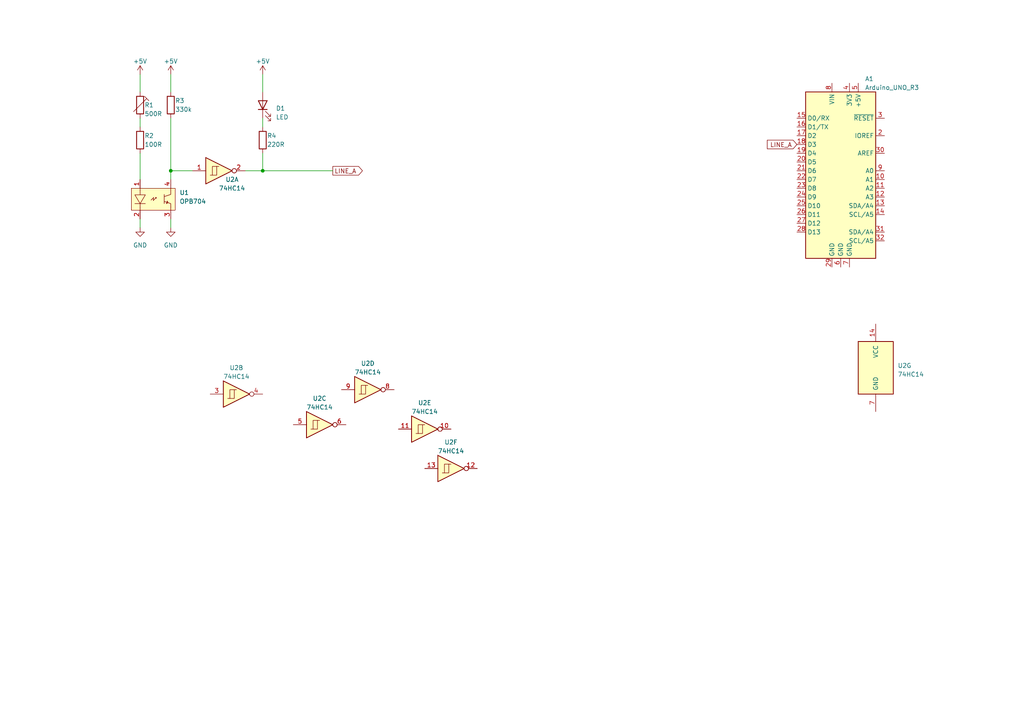
<source format=kicad_sch>
(kicad_sch (version 20230121) (generator eeschema)
  (paper "A4")
  (lib_symbols
    (symbol "74xx:74HC14" (pin_names (offset 1.016))
      (property "Reference" "U" (at 0 1.27 0))
      (property "Value" "74HC14" (at 0 -1.27 0))
      (symbol "74HC14_1_0"
        (polyline (pts (xy -3.81 3.81) (xy -3.81 -3.81) (xy 3.81 0) (xy -3.81 3.81)) (stroke (width 0.254)) (fill (type background)))
        (pin input line (at -7.62 0 0) (length 3.81) (name "~") (number "1"))
        (pin output inverted (at 7.62 0 180) (length 3.81) (name "~") (number "2"))
      )
      (symbol "74HC14_1_1"
        (polyline (pts (xy -1.905 -1.27) (xy -1.905 1.27) (xy -0.635 1.27)))
        (polyline (pts (xy -2.54 -1.27) (xy -0.635 -1.27) (xy -0.635 1.27) (xy 0 1.27)))
      )
      (symbol "74HC14_2_0"
        (polyline (pts (xy -3.81 3.81) (xy -3.81 -3.81) (xy 3.81 0) (xy -3.81 3.81)) (stroke (width 0.254)) (fill (type background)))
        (pin input line (at -7.62 0 0) (length 3.81) (name "~") (number "3"))
        (pin output inverted (at 7.62 0 180) (length 3.81) (name "~") (number "4"))
      )
      (symbol "74HC14_2_1"
        (polyline (pts (xy -1.905 -1.27) (xy -1.905 1.27) (xy -0.635 1.27)))
        (polyline (pts (xy -2.54 -1.27) (xy -0.635 -1.27) (xy -0.635 1.27) (xy 0 1.27)))
      )
      (symbol "74HC14_3_0"
        (polyline (pts (xy -3.81 3.81) (xy -3.81 -3.81) (xy 3.81 0) (xy -3.81 3.81)) (stroke (width 0.254)) (fill (type background)))
        (pin input line (at -7.62 0 0) (length 3.81) (name "~") (number "5"))
        (pin output inverted (at 7.62 0 180) (length 3.81) (name "~") (number "6"))
      )
      (symbol "74HC14_3_1"
        (polyline (pts (xy -1.905 -1.27) (xy -1.905 1.27) (xy -0.635 1.27)))
        (polyline (pts (xy -2.54 -1.27) (xy -0.635 -1.27) (xy -0.635 1.27) (xy 0 1.27)))
      )
      (symbol "74HC14_4_0"
        (polyline (pts (xy -3.81 3.81) (xy -3.81 -3.81) (xy 3.81 0) (xy -3.81 3.81)) (stroke (width 0.254)) (fill (type background)))
        (pin output inverted (at 7.62 0 180) (length 3.81) (name "~") (number "8"))
        (pin input line (at -7.62 0 0) (length 3.81) (name "~") (number "9"))
      )
      (symbol "74HC14_4_1"
        (polyline (pts (xy -1.905 -1.27) (xy -1.905 1.27) (xy -0.635 1.27)))
        (polyline (pts (xy -2.54 -1.27) (xy -0.635 -1.27) (xy -0.635 1.27) (xy 0 1.27)))
      )
      (symbol "74HC14_5_0"
        (polyline (pts (xy -3.81 3.81) (xy -3.81 -3.81) (xy 3.81 0) (xy -3.81 3.81)) (stroke (width 0.254)) (fill (type background)))
        (pin output inverted (at 7.62 0 180) (length 3.81) (name "~") (number "10"))
        (pin input line (at -7.62 0 0) (length 3.81) (name "~") (number "11"))
      )
      (symbol "74HC14_5_1"
        (polyline (pts (xy -1.905 -1.27) (xy -1.905 1.27) (xy -0.635 1.27)))
        (polyline (pts (xy -2.54 -1.27) (xy -0.635 -1.27) (xy -0.635 1.27) (xy 0 1.27)))
      )
      (symbol "74HC14_6_0"
        (polyline (pts (xy -3.81 3.81) (xy -3.81 -3.81) (xy 3.81 0) (xy -3.81 3.81)) (stroke (width 0.254)) (fill (type background)))
        (pin output inverted (at 7.62 0 180) (length 3.81) (name "~") (number "12"))
        (pin input line (at -7.62 0 0) (length 3.81) (name "~") (number "13"))
      )
      (symbol "74HC14_6_1"
        (polyline (pts (xy -1.905 -1.27) (xy -1.905 1.27) (xy -0.635 1.27)))
        (polyline (pts (xy -2.54 -1.27) (xy -0.635 -1.27) (xy -0.635 1.27) (xy 0 1.27)))
      )
      (symbol "74HC14_7_0"
        (pin power_in line (at 0 12.7 270) (length 5.08) (name "VCC") (number "14"))
        (pin power_in line (at 0 -12.7 90) (length 5.08) (name "GND") (number "7"))
      )
      (symbol "74HC14_7_1"
        (rectangle (start -5.08 7.62) (end 5.08 -7.62) (stroke (width 0.254)) (fill (type background)))
      )
    )
    (symbol "Device:LED" (pin_numbers hide) (pin_names (offset 1.016) hide)
      (property "Reference" "D" (at 0 2.54 0))
      (property "Value" "LED" (at 0 -2.54 0))
      (symbol "LED_0_1"
        (polyline (pts (xy -1.27 -1.27) (xy -1.27 1.27)) (stroke (width 0.254)))
        (polyline (pts (xy -1.27 0) (xy 1.27 0)))
        (polyline (pts (xy 1.27 -1.27) (xy 1.27 1.27) (xy -1.27 0) (xy 1.27 -1.27)) (stroke (width 0.254)))
        (polyline (pts (xy -3.048 -0.762) (xy -4.572 -2.286) (xy -3.81 -2.286) (xy -4.572 -2.286) (xy -4.572 -1.524)))
        (polyline (pts (xy -1.778 -0.762) (xy -3.302 -2.286) (xy -2.54 -2.286) (xy -3.302 -2.286) (xy -3.302 -1.524)))
      )
      (symbol "LED_1_1"
        (pin passive line (at -3.81 0 0) (length 2.54) (name "K") (number "1"))
        (pin passive line (at 3.81 0 180) (length 2.54) (name "A") (number "2"))
      )
    )
    (symbol "Device:R" (pin_numbers hide) (pin_names (offset 0))
      (property "Reference" "R" (at 2.032 0 90))
      (property "Value" "R" (at 0 0 90))
      (symbol "R_0_1"
        (rectangle (start -1.016 -2.54) (end 1.016 2.54) (stroke (width 0.254)))
      )
      (symbol "R_1_1"
        (pin passive line (at 0 3.81 270) (length 1.27) (name "~") (number "1"))
        (pin passive line (at 0 -3.81 90) (length 1.27) (name "~") (number "2"))
      )
    )
    (symbol "Device:R_Trim" (pin_numbers hide) (pin_names (offset 0))
      (property "Reference" "R" (at 2.54 -2.54 90))
      (property "Value" "R_Trim" (at -2.54 -0.635 90))
      (symbol "R_Trim_0_1"
        (rectangle (start -1.016 -2.54) (end 1.016 2.54) (stroke (width 0.254)))
        (polyline (pts (xy -1.905 -1.905) (xy 1.905 1.905) (xy 2.54 1.27) (xy 1.27 2.54)))
      )
      (symbol "R_Trim_1_1"
        (pin passive line (at 0 3.81 270) (length 1.27) (name "~") (number "1"))
        (pin passive line (at 0 -3.81 90) (length 1.27) (name "~") (number "2"))
      )
    )
    (symbol "MCU_Module:Arduino_UNO_R3"
      (property "Reference" "A" (at -10.16 23.495 0))
      (property "Value" "Arduino_UNO_R3" (at 5.08 -26.67 0))
      (symbol "Arduino_UNO_R3_0_1"
        (rectangle (start -10.16 22.86) (end 10.16 -25.4) (stroke (width 0.254)) (fill (type background)))
      )
      (symbol "Arduino_UNO_R3_1_1"
        (pin no_connect line (at -10.16 -20.32 0) (length 2.54) hide (name "NC") (number "1"))
        (pin bidirectional line (at 12.7 -2.54 180) (length 2.54) (name "A1") (number "10"))
        (pin bidirectional line (at 12.7 -5.08 180) (length 2.54) (name "A2") (number "11"))
        (pin bidirectional line (at 12.7 -7.62 180) (length 2.54) (name "A3") (number "12"))
        (pin bidirectional line (at 12.7 -10.16 180) (length 2.54) (name "SDA/A4") (number "13"))
        (pin bidirectional line (at 12.7 -12.7 180) (length 2.54) (name "SCL/A5") (number "14"))
        (pin bidirectional line (at -12.7 15.24 0) (length 2.54) (name "D0/RX") (number "15"))
        (pin bidirectional line (at -12.7 12.7 0) (length 2.54) (name "D1/TX") (number "16"))
        (pin bidirectional line (at -12.7 10.16 0) (length 2.54) (name "D2") (number "17"))
        (pin bidirectional line (at -12.7 7.62 0) (length 2.54) (name "D3") (number "18"))
        (pin bidirectional line (at -12.7 5.08 0) (length 2.54) (name "D4") (number "19"))
        (pin output line (at 12.7 10.16 180) (length 2.54) (name "IOREF") (number "2"))
        (pin bidirectional line (at -12.7 2.54 0) (length 2.54) (name "D5") (number "20"))
        (pin bidirectional line (at -12.7 0 0) (length 2.54) (name "D6") (number "21"))
        (pin bidirectional line (at -12.7 -2.54 0) (length 2.54) (name "D7") (number "22"))
        (pin bidirectional line (at -12.7 -5.08 0) (length 2.54) (name "D8") (number "23"))
        (pin bidirectional line (at -12.7 -7.62 0) (length 2.54) (name "D9") (number "24"))
        (pin bidirectional line (at -12.7 -10.16 0) (length 2.54) (name "D10") (number "25"))
        (pin bidirectional line (at -12.7 -12.7 0) (length 2.54) (name "D11") (number "26"))
        (pin bidirectional line (at -12.7 -15.24 0) (length 2.54) (name "D12") (number "27"))
        (pin bidirectional line (at -12.7 -17.78 0) (length 2.54) (name "D13") (number "28"))
        (pin power_in line (at -2.54 -27.94 90) (length 2.54) (name "GND") (number "29"))
        (pin input line (at 12.7 15.24 180) (length 2.54) (name "~{RESET}") (number "3"))
        (pin input line (at 12.7 5.08 180) (length 2.54) (name "AREF") (number "30"))
        (pin bidirectional line (at 12.7 -17.78 180) (length 2.54) (name "SDA/A4") (number "31"))
        (pin bidirectional line (at 12.7 -20.32 180) (length 2.54) (name "SCL/A5") (number "32"))
        (pin power_out line (at 2.54 25.4 270) (length 2.54) (name "3V3") (number "4"))
        (pin power_out line (at 5.08 25.4 270) (length 2.54) (name "+5V") (number "5"))
        (pin power_in line (at 0 -27.94 90) (length 2.54) (name "GND") (number "6"))
        (pin power_in line (at 2.54 -27.94 90) (length 2.54) (name "GND") (number "7"))
        (pin power_in line (at -2.54 25.4 270) (length 2.54) (name "VIN") (number "8"))
        (pin bidirectional line (at 12.7 0 180) (length 2.54) (name "A0") (number "9"))
      )
    )
    (symbol "idp_l204:OPB704" (pin_names hide)
      (property "Reference" "U" (at 6.35 1.27 0))
      (symbol "OPB704_0_1"
        (rectangle (start -7.62 2.54) (end 5.08 -3.81) (fill (type background)))
        (polyline (pts (xy -5.08 -3.175) (xy -5.08 -3.81)))
        (polyline (pts (xy -5.08 -3.175) (xy -5.08 -1.905)))
        (polyline (pts (xy -5.08 2.54) (xy -5.08 1.905)))
        (polyline (pts (xy -3.556 -1.905) (xy -6.604 -1.905)))
        (polyline (pts (xy -1.651 -0.635) (xy -1.905 -0.889)))
        (polyline (pts (xy 1.905 0.762) (xy 1.905 -1.905)))
        (polyline (pts (xy 3.81 -3.81) (xy 3.81 -2.54)))
        (polyline (pts (xy 3.81 2.032) (xy 3.81 2.54)))
        (polyline (pts (xy 1.905 -1.27) (xy 3.81 -1.905) (xy 3.81 -3.175)))
        (polyline (pts (xy 3.81 2.032) (xy 3.81 0.762) (xy 1.905 0.127)))
        (polyline (pts (xy 2.54 -1.905) (xy 2.794 -1.143) (xy 3.048 -1.651) (xy 2.54 -1.905)))
        (polyline (pts (xy -5.08 1.905) (xy -5.08 0.635) (xy -6.604 0.635) (xy -5.08 -1.905) (xy -3.556 0.635) (xy -5.08 0.635)))
        (polyline (pts (xy -1.651 -0.635) (xy -1.143 -0.127) (xy -1.27 -1.016) (xy -0.381 -0.127) (xy -0.635 -0.127) (xy -0.381 -0.381) (xy -0.381 -0.127)))
      )
      (symbol "OPB704_1_1"
        (pin passive line (at -5.08 5.08 270) (length 2.54) (name "Anode") (number "1"))
        (pin passive line (at -5.08 -6.35 90) (length 2.54) (name "Cathode") (number "2"))
        (pin passive line (at 3.81 -6.35 90) (length 2.54) (name "Emitter") (number "3"))
        (pin passive line (at 3.81 5.08 270) (length 2.54) (name "Collector") (number "4"))
      )
    )
    (symbol "power:+5V" (power) (pin_names (offset 0))
      (property "Value" "+5V" (at 0 3.556 0))
      (symbol "+5V_0_1"
        (polyline (pts (xy -0.762 1.27) (xy 0 2.54)))
        (polyline (pts (xy 0 0) (xy 0 2.54)))
        (polyline (pts (xy 0 2.54) (xy 0.762 1.27)))
      )
      (symbol "+5V_1_1"
        (pin power_in line (at 0 0 90) (length 0) hide (name "+5V") (number "1"))
      )
    )
    (symbol "power:GND" (power) (pin_names (offset 0))
      (property "Value" "GND" (at 0 -3.81 0))
      (symbol "GND_0_1"
        (polyline (pts (xy 0 0) (xy 0 -1.27) (xy 1.27 -1.27) (xy 0 -2.54) (xy -1.27 -1.27) (xy 0 -1.27)))
      )
      (symbol "GND_1_1"
        (pin power_in line (at 0 0 270) (length 0) hide (name "GND") (number "1"))
      )
    )
  )
  (junction (at 49.53 49.53))
  (junction (at 76.2 49.53))
  (wire (pts (xy 76.2 44.45) (xy 76.2 49.53)))
  (wire (pts (xy 76.2 34.29) (xy 76.2 36.83)))
  (wire (pts (xy 49.53 21.59) (xy 49.53 26.67)))
  (wire (pts (xy 76.2 49.53) (xy 96.52 49.53)))
  (wire (pts (xy 49.53 34.29) (xy 49.53 49.53)))
  (wire (pts (xy 76.2 21.59) (xy 76.2 26.67)))
  (wire (pts (xy 40.64 21.59) (xy 40.64 26.67)))
  (wire (pts (xy 40.64 63.5) (xy 40.64 66.04)))
  (wire (pts (xy 49.53 63.5) (xy 49.53 66.04)))
  (wire (pts (xy 49.53 49.53) (xy 55.88 49.53)))
  (wire (pts (xy 49.53 49.53) (xy 49.53 52.07)))
  (wire (pts (xy 40.64 34.29) (xy 40.64 36.83)))
  (wire (pts (xy 76.2 49.53) (xy 71.12 49.53)))
  (wire (pts (xy 40.64 44.45) (xy 40.64 52.07)))
  (global_label "LINE_A" (shape output) (at 96.52 49.53 0) (property "Intersheetrefs" "${INTERSHEET_REFS}" (effects hide)))
  (global_label "LINE_A" (shape input) (at 231.14 41.91 180) (property "Intersheetrefs" "${INTERSHEET_REFS}" (effects hide)))
  (symbol (lib_id "74xx:74HC14") (at 68.58 114.3 0) (unit 2)
    (property "Reference" "U2" (at 68.58 106.68 0))
    (property "Value" "74HC14" (at 68.58 109.22 0))
    (property "Datasheet" "http://www.ti.com/lit/gpn/sn74HC14" (effects hide))
  )
  (symbol (lib_id "74xx:74HC14") (at 63.5 49.53 0) (unit 1)
    (property "Reference" "U2" (at 67.31 52.07 0))
    (property "Value" "74HC14" (at 67.31 54.61 0))
    (property "Datasheet" "http://www.ti.com/lit/gpn/sn74HC14" (effects hide))
  )
  (symbol (lib_id "idp_l204:OPB704") (at 45.72 57.15 0) (unit 1)
    (property "Reference" "U1" (at 52.07 55.88 0) (effects (justify left)))
    (property "Value" "OPB704" (at 52.07 58.42 0) (effects (justify left)))
  )
  (symbol (lib_id "Device:R") (at 40.64 40.64 0) (unit 1)
    (property "Reference" "R2" (at 41.91 39.37 0) (effects (justify left)))
    (property "Value" "100R" (at 41.91 41.91 0) (effects (justify left)))
  )
  (symbol (lib_id "MCU_Module:Arduino_UNO_R3") (at 243.84 49.53 0) (unit 1)
    (property "Reference" "A1" (at 250.8759 22.86 0) (effects (justify left)))
    (property "Value" "Arduino_UNO_R3" (at 250.8759 25.4 0) (effects (justify left)))
    (property "Footprint" "Module:Arduino_UNO_R3" (effects hide))
    (property "Datasheet" "https://www.arduino.cc/en/Main/arduinoBoardUno" (effects hide))
  )
  (symbol (lib_id "power:+5V") (at 49.53 21.59 0) (unit 1)
    (property "Reference" "#PWR04" (effects hide))
    (property "Value" "+5V" (at 49.53 17.78 0))
  )
  (symbol (lib_id "power:GND") (at 49.53 66.04 0) (unit 1)
    (property "Reference" "#PWR02" (effects hide))
    (property "Value" "GND" (at 49.53 71.12 0))
  )
  (symbol (lib_id "Device:R") (at 49.53 30.48 0) (unit 1)
    (property "Reference" "R3" (at 50.8 29.21 0) (effects (justify left)))
    (property "Value" "330k" (at 50.8 31.75 0) (effects (justify left)))
  )
  (symbol (lib_id "Device:R") (at 76.2 40.64 0) (unit 1)
    (property "Reference" "R4" (at 77.47 39.37 0) (effects (justify left)))
    (property "Value" "220R" (at 77.47 41.91 0) (effects (justify left)))
  )
  (symbol (lib_id "Device:R_Trim") (at 40.64 30.48 0) (unit 1)
    (property "Reference" "R1" (at 41.91 30.48 0) (effects (justify left)))
    (property "Value" "500R" (at 41.91 33.02 0) (effects (justify left)))
  )
  (symbol (lib_id "74xx:74HC14") (at 92.71 123.19 0) (unit 3)
    (property "Reference" "U2" (at 92.71 115.57 0))
    (property "Value" "74HC14" (at 92.71 118.11 0))
    (property "Datasheet" "http://www.ti.com/lit/gpn/sn74HC14" (effects hide))
  )
  (symbol (lib_id "74xx:74HC14") (at 106.68 113.03 0) (unit 4)
    (property "Reference" "U2" (at 106.68 105.41 0))
    (property "Value" "74HC14" (at 106.68 107.95 0))
    (property "Datasheet" "http://www.ti.com/lit/gpn/sn74HC14" (effects hide))
  )
  (symbol (lib_id "power:+5V") (at 76.2 21.59 0) (unit 1)
    (property "Reference" "#PWR06" (effects hide))
    (property "Value" "+5V" (at 76.2 17.78 0))
  )
  (symbol (lib_id "Device:LED") (at 76.2 30.48 90) (unit 1)
    (property "Reference" "D1" (at 80.01 31.4325 90) (effects (justify right)))
    (property "Value" "LED" (at 80.01 33.9725 90) (effects (justify right)))
  )
  (symbol (lib_id "74xx:74HC14") (at 254 106.68 0) (unit 7)
    (property "Reference" "U2" (at 260.35 106.045 0) (effects (justify left)))
    (property "Value" "74HC14" (at 260.35 108.585 0) (effects (justify left)))
    (property "Datasheet" "http://www.ti.com/lit/gpn/sn74HC14" (effects hide))
  )
  (symbol (lib_id "power:+5V") (at 40.64 21.59 0) (unit 1)
    (property "Reference" "#PWR03" (effects hide))
    (property "Value" "+5V" (at 40.64 17.78 0))
  )
  (symbol (lib_id "74xx:74HC14") (at 123.19 124.46 0) (unit 5)
    (property "Reference" "U2" (at 123.19 116.84 0))
    (property "Value" "74HC14" (at 123.19 119.38 0))
    (property "Datasheet" "http://www.ti.com/lit/gpn/sn74HC14" (effects hide))
  )
  (symbol (lib_id "74xx:74HC14") (at 130.81 135.89 0) (unit 6)
    (property "Reference" "U2" (at 130.81 128.27 0))
    (property "Value" "74HC14" (at 130.81 130.81 0))
    (property "Datasheet" "http://www.ti.com/lit/gpn/sn74HC14" (effects hide))
  )
  (symbol (lib_id "power:GND") (at 40.64 66.04 0) (unit 1)
    (property "Reference" "#PWR01" (effects hide))
    (property "Value" "GND" (at 40.64 71.12 0))
  )
)
</source>
